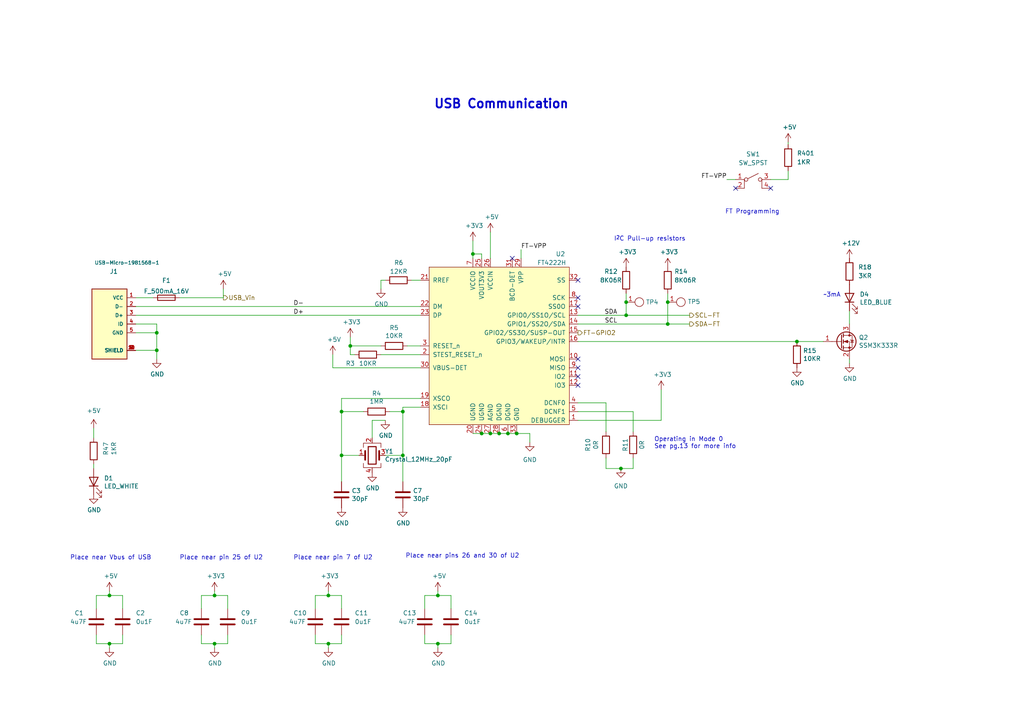
<source format=kicad_sch>
(kicad_sch (version 20211123) (generator eeschema)
  (paper "A4")
  (lib_symbols
    (symbol "OEM:0R" (pin_numbers hide) (pin_names (offset 0))
      (property "Reference" "R" (at 2.032 0 90))
      (property "Value" "0R" (at 0 0 90))
      (symbol "0R_0_1"
        (rectangle (start -1.016 -2.54) (end 1.016 2.54) (stroke (width 0.254)))
      )
      (symbol "0R_1_1"
        (pin passive line (at 0 3.81 270) (length 1.27) (name "~") (number "1"))
        (pin passive line (at 0 -3.81 90) (length 1.27) (name "~") (number "2"))
      )
    )
    (symbol "OEM:0u1F" (pin_numbers hide) (pin_names (offset 0.254))
      (property "Reference" "C" (at 0.635 2.54 0))
      (property "Value" "0u1F" (at 0.635 -2.54 0))
      (symbol "0u1F_0_1"
        (polyline (pts (xy -2.032 -0.762) (xy 2.032 -0.762)) (stroke (width 0.508)))
        (polyline (pts (xy -2.032 0.762) (xy 2.032 0.762)) (stroke (width 0.508)))
      )
      (symbol "0u1F_1_1"
        (pin passive line (at 0 3.81 270) (length 2.794) (name "~") (number "1"))
        (pin passive line (at 0 -3.81 90) (length 2.794) (name "~") (number "2"))
      )
    )
    (symbol "OEM:10KR" (pin_numbers hide) (pin_names (offset 0))
      (property "Reference" "R" (at 2.032 0 90))
      (property "Value" "10KR" (at 0 0 90))
      (symbol "10KR_0_1"
        (rectangle (start -1.016 -2.54) (end 1.016 2.54) (stroke (width 0.254)))
      )
      (symbol "10KR_1_1"
        (pin passive line (at 0 3.81 270) (length 1.27) (name "~") (number "1"))
        (pin passive line (at 0 -3.81 90) (length 1.27) (name "~") (number "2"))
      )
    )
    (symbol "OEM:12KR" (pin_numbers hide) (pin_names (offset 0))
      (property "Reference" "R" (at 2.032 0 90))
      (property "Value" "12KR" (at 0 0 90))
      (symbol "12KR_0_1"
        (rectangle (start -1.016 -2.54) (end 1.016 2.54) (stroke (width 0.254)))
      )
      (symbol "12KR_1_1"
        (pin passive line (at 0 3.81 270) (length 1.27) (name "~") (number "1"))
        (pin passive line (at 0 -3.81 90) (length 1.27) (name "~") (number "2"))
      )
    )
    (symbol "OEM:1KR" (pin_numbers hide) (pin_names (offset 0))
      (property "Reference" "R" (at 2.032 0 90))
      (property "Value" "1KR" (at 0 0 90))
      (symbol "1KR_0_1"
        (rectangle (start -1.016 -2.54) (end 1.016 2.54) (stroke (width 0.254)))
      )
      (symbol "1KR_1_1"
        (pin passive line (at 0 3.81 270) (length 1.27) (name "~") (number "1"))
        (pin passive line (at 0 -3.81 90) (length 1.27) (name "~") (number "2"))
      )
    )
    (symbol "OEM:1MR" (pin_numbers hide) (pin_names (offset 0))
      (property "Reference" "R" (at 2.032 0 90))
      (property "Value" "1MR" (at 0 0 90))
      (symbol "1MR_0_1"
        (rectangle (start -1.016 -2.54) (end 1.016 2.54) (stroke (width 0.254)))
      )
      (symbol "1MR_1_1"
        (pin passive line (at 0 3.81 270) (length 1.27) (name "~") (number "1"))
        (pin passive line (at 0 -3.81 90) (length 1.27) (name "~") (number "2"))
      )
    )
    (symbol "OEM:30pF" (pin_numbers hide) (pin_names (offset 0.254))
      (property "Reference" "C" (at 0.635 2.54 0))
      (property "Value" "30pF" (at 0.635 -2.54 0))
      (symbol "30pF_0_1"
        (polyline (pts (xy -2.032 -0.762) (xy 2.032 -0.762)) (stroke (width 0.508)))
        (polyline (pts (xy -2.032 0.762) (xy 2.032 0.762)) (stroke (width 0.508)))
      )
      (symbol "30pF_1_1"
        (pin passive line (at 0 3.81 270) (length 2.794) (name "~") (number "1"))
        (pin passive line (at 0 -3.81 90) (length 2.794) (name "~") (number "2"))
      )
    )
    (symbol "OEM:3KR" (pin_numbers hide) (pin_names (offset 0))
      (property "Reference" "R" (at 2.032 0 90))
      (property "Value" "3KR" (at 0 0 90))
      (symbol "3KR_0_1"
        (rectangle (start -1.016 -2.54) (end 1.016 2.54) (stroke (width 0.254)))
      )
      (symbol "3KR_1_1"
        (pin passive line (at 0 3.81 270) (length 1.27) (name "~") (number "1"))
        (pin passive line (at 0 -3.81 90) (length 1.27) (name "~") (number "2"))
      )
    )
    (symbol "OEM:4u7F" (pin_numbers hide) (pin_names (offset 0.254))
      (property "Reference" "C" (at 0.635 2.54 0))
      (property "Value" "4u7F" (at 0.635 -2.54 0))
      (symbol "4u7F_0_1"
        (polyline (pts (xy -2.032 -0.762) (xy 2.032 -0.762)) (stroke (width 0.508)))
        (polyline (pts (xy -2.032 0.762) (xy 2.032 0.762)) (stroke (width 0.508)))
      )
      (symbol "4u7F_1_1"
        (pin passive line (at 0 3.81 270) (length 2.794) (name "~") (number "1"))
        (pin passive line (at 0 -3.81 90) (length 2.794) (name "~") (number "2"))
      )
    )
    (symbol "OEM:8K06R" (pin_numbers hide) (pin_names (offset 0))
      (property "Reference" "R" (at 2.032 0 90))
      (property "Value" "8K06R" (at 0 0 90))
      (symbol "8K06R_0_1"
        (rectangle (start -1.016 -2.54) (end 1.016 2.54) (stroke (width 0.254)))
      )
      (symbol "8K06R_1_1"
        (pin passive line (at 0 3.81 270) (length 1.27) (name "~") (number "1"))
        (pin passive line (at 0 -3.81 90) (length 1.27) (name "~") (number "2"))
      )
    )
    (symbol "OEM:Crystal_12MHz_20pF" (pin_names (offset 1.016) hide)
      (property "Reference" "Y" (at 3.175 5.08 0))
      (property "Value" "Crystal_12MHz_20pF" (at 3.175 3.175 0))
      (symbol "Crystal_12MHz_20pF_0_1"
        (rectangle (start -1.143 2.54) (end 1.143 -2.54) (stroke (width 0.3048)))
        (polyline (pts (xy -2.54 0) (xy -2.032 0)))
        (polyline (pts (xy -2.032 -1.27) (xy -2.032 1.27)) (stroke (width 0.508)))
        (polyline (pts (xy 0 -3.81) (xy 0 -3.556)))
        (polyline (pts (xy 0 3.556) (xy 0 3.81)))
        (polyline (pts (xy 2.032 -1.27) (xy 2.032 1.27)) (stroke (width 0.508)))
        (polyline (pts (xy 2.032 0) (xy 2.54 0)))
        (polyline (pts (xy -2.54 -2.286) (xy -2.54 -3.556) (xy 2.54 -3.556) (xy 2.54 -2.286)))
        (polyline (pts (xy -2.54 2.286) (xy -2.54 3.556) (xy 2.54 3.556) (xy 2.54 2.286)))
      )
      (symbol "Crystal_12MHz_20pF_1_1"
        (pin passive line (at -3.81 0 0) (length 1.27) (name "1") (number "1"))
        (pin passive line (at 0 5.08 270) (length 1.27) (name "2") (number "2"))
        (pin passive line (at 3.81 0 180) (length 1.27) (name "3") (number "3"))
        (pin passive line (at 0 -5.08 90) (length 1.27) (name "4") (number "4"))
      )
    )
    (symbol "OEM:F_500mA_16V" (pin_numbers hide) (pin_names (offset 0))
      (property "Reference" "F" (at 2.032 0 90))
      (property "Value" "F_500mA_16V" (at -1.905 0 90))
      (symbol "F_500mA_16V_0_1"
        (rectangle (start -0.762 -2.54) (end 0.762 2.54) (stroke (width 0.254)))
        (polyline (pts (xy 0 2.54) (xy 0 -2.54)))
      )
      (symbol "F_500mA_16V_1_1"
        (pin passive line (at 0 3.81 270) (length 1.27) (name "~") (number "1"))
        (pin passive line (at 0 -3.81 90) (length 1.27) (name "~") (number "2"))
      )
    )
    (symbol "OEM:LED_BLUE" (pin_numbers hide) (pin_names (offset 1.016) hide)
      (property "Reference" "D" (at 0 2.54 0))
      (property "Value" "LED_BLUE" (at 0 -2.54 0))
      (symbol "LED_BLUE_0_1"
        (polyline (pts (xy -1.27 -1.27) (xy -1.27 1.27)) (stroke (width 0.254)))
        (polyline (pts (xy -1.27 0) (xy 1.27 0)))
        (polyline (pts (xy 1.27 -1.27) (xy 1.27 1.27) (xy -1.27 0) (xy 1.27 -1.27)) (stroke (width 0.254)))
        (polyline (pts (xy -3.048 -0.762) (xy -4.572 -2.286) (xy -3.81 -2.286) (xy -4.572 -2.286) (xy -4.572 -1.524)))
        (polyline (pts (xy -1.778 -0.762) (xy -3.302 -2.286) (xy -2.54 -2.286) (xy -3.302 -2.286) (xy -3.302 -1.524)))
      )
      (symbol "LED_BLUE_1_1"
        (pin passive line (at -3.81 0 0) (length 2.54) (name "K") (number "1"))
        (pin passive line (at 3.81 0 180) (length 2.54) (name "A") (number "2"))
      )
    )
    (symbol "OEM:LED_WHITE" (pin_numbers hide) (pin_names (offset 1.016) hide)
      (property "Reference" "D" (at 0 2.54 0))
      (property "Value" "LED_WHITE" (at 0 -2.54 0))
      (symbol "LED_WHITE_0_1"
        (polyline (pts (xy -1.27 -1.27) (xy -1.27 1.27)) (stroke (width 0.254)))
        (polyline (pts (xy -1.27 0) (xy 1.27 0)))
        (polyline (pts (xy 1.27 -1.27) (xy 1.27 1.27) (xy -1.27 0) (xy 1.27 -1.27)) (stroke (width 0.254)))
        (polyline (pts (xy -3.048 -0.762) (xy -4.572 -2.286) (xy -3.81 -2.286) (xy -4.572 -2.286) (xy -4.572 -1.524)))
        (polyline (pts (xy -1.778 -0.762) (xy -3.302 -2.286) (xy -2.54 -2.286) (xy -3.302 -2.286) (xy -3.302 -1.524)))
      )
      (symbol "LED_WHITE_1_1"
        (pin passive line (at -3.81 0 0) (length 2.54) (name "K") (number "1"))
        (pin passive line (at 3.81 0 180) (length 2.54) (name "A") (number "2"))
      )
    )
    (symbol "OEM:SSM3K333R" (pin_names (offset 0) hide)
      (property "Reference" "Q" (at 5.08 1.27 0))
      (property "Value" "SSM3K333R" (at 5.08 -1.27 0))
      (symbol "SSM3K333R_0_1"
        (polyline (pts (xy 0.254 0) (xy -2.54 0)))
        (polyline (pts (xy 0.254 1.905) (xy 0.254 -1.905)) (stroke (width 0.254)))
        (polyline (pts (xy 0.762 -1.27) (xy 0.762 -2.286)) (stroke (width 0.254)))
        (polyline (pts (xy 0.762 0.508) (xy 0.762 -0.508)) (stroke (width 0.254)))
        (polyline (pts (xy 0.762 2.286) (xy 0.762 1.27)) (stroke (width 0.254)))
        (polyline (pts (xy 2.54 2.54) (xy 2.54 1.778)))
        (polyline (pts (xy 2.54 -2.54) (xy 2.54 0) (xy 0.762 0)))
        (polyline (pts (xy 0.762 -1.778) (xy 3.302 -1.778) (xy 3.302 1.778) (xy 0.762 1.778)))
        (polyline (pts (xy 1.016 0) (xy 2.032 0.381) (xy 2.032 -0.381) (xy 1.016 0)) (fill (type outline)))
        (polyline (pts (xy 2.794 0.508) (xy 2.921 0.381) (xy 3.683 0.381) (xy 3.81 0.254)))
        (polyline (pts (xy 3.302 0.381) (xy 2.921 -0.254) (xy 3.683 -0.254) (xy 3.302 0.381)))
        (circle (center 1.651 0) (radius 2.794) (stroke (width 0.254)))
        (circle (center 2.54 -1.778) (radius 0.254) (fill (type outline)))
        (circle (center 2.54 1.778) (radius 0.254) (fill (type outline)))
      )
      (symbol "SSM3K333R_1_1"
        (pin input line (at -5.08 0 0) (length 2.54) (name "G") (number "1"))
        (pin passive line (at 2.54 -5.08 90) (length 2.54) (name "S") (number "2"))
        (pin passive line (at 2.54 5.08 270) (length 2.54) (name "D") (number "3"))
      )
    )
    (symbol "OEM:TP_SMD" (pin_names (offset 1.016))
      (property "Reference" "TP" (at 0 7.62 0))
      (property "Value" "TP_SMD" (at 1.27 5.08 0))
      (symbol "TP_SMD_1_1"
        (circle (center 0 2.54) (radius 1.27))
        (pin input line (at 0 -1.27 90) (length 2.54) (name "~") (number "1"))
      )
    )
    (symbol "formula:FT4222H" (pin_names (offset 1.016))
      (property "Reference" "U" (at 36.83 46.99 0))
      (property "Value" "FT4222H" (at 3.81 46.99 0))
      (property "MFN" "FTDI" (at 0 0 0))
      (property "MPN" "FT4222HQ-D-R" (at 8.89 -11.43 0))
      (property "PurchasingLink" "https://www.digikey.com/en/products/detail/ftdi-future-technology-devices-international-ltd/FT4222HQ-D-R/8753389" (at 8.89 -11.43 0))
      (symbol "FT4222H_0_1"
        (rectangle (start 0 0) (end 40.64 45.72) (fill (type background)))
      )
      (symbol "FT4222H_1_1"
        (pin bidirectional line (at 43.18 1.27 180) (length 2.54) (name "DEBUGGER") (number "1"))
        (pin output line (at 43.18 19.05 180) (length 2.54) (name "MOSI") (number "10"))
        (pin output line (at 43.18 13.97 180) (length 2.54) (name "IO2") (number "11"))
        (pin output line (at 43.18 11.43 180) (length 2.54) (name "IO3") (number "12"))
        (pin output line (at 43.18 31.75 180) (length 2.54) (name "GPIO0/SS1O/SCL") (number "13"))
        (pin bidirectional line (at 43.18 29.21 180) (length 2.54) (name "GPIO1/SS2O/SDA") (number "14"))
        (pin output line (at 43.18 26.67 180) (length 2.54) (name "GPIO2/SS3O/SUSP-OUT") (number "15"))
        (pin output line (at 43.18 24.13 180) (length 2.54) (name "GPIO3/WAKEUP/INTR") (number "16"))
        (pin output line (at 43.18 34.29 180) (length 2.54) (name "SS0O") (number "17"))
        (pin input line (at -2.54 5.08 0) (length 2.54) (name "XSCI") (number "18"))
        (pin input line (at -2.54 7.62 0) (length 2.54) (name "XSCO") (number "19"))
        (pin input line (at -2.54 20.32 0) (length 2.54) (name "STEST_RESET_n") (number "2"))
        (pin power_in line (at 12.7 -2.54 90) (length 2.54) (name "UGND") (number "20"))
        (pin input line (at -2.54 41.91 0) (length 2.54) (name "RREF") (number "21"))
        (pin bidirectional line (at -2.54 34.29 0) (length 2.54) (name "DM") (number "22"))
        (pin bidirectional line (at -2.54 31.75 0) (length 2.54) (name "DP") (number "23"))
        (pin power_in line (at 15.24 -2.54 90) (length 2.54) (name "UGND") (number "24"))
        (pin power_out line (at 15.24 48.26 270) (length 2.54) (name "VOUT3V3") (number "25"))
        (pin power_in line (at 17.78 48.26 270) (length 2.54) (name "VCCIN") (number "26"))
        (pin power_in line (at 17.78 -2.54 90) (length 2.54) (name "AGND") (number "27"))
        (pin power_in line (at 20.32 -2.54 90) (length 2.54) (name "DGND") (number "28"))
        (pin power_in line (at 26.67 48.26 270) (length 2.54) (name "VPP") (number "29"))
        (pin input line (at -2.54 22.86 0) (length 2.54) (name "RESET_n") (number "3"))
        (pin input line (at -2.54 16.51 0) (length 2.54) (name "VBUS-DET") (number "30"))
        (pin output line (at 24.13 48.26 270) (length 2.54) (name "BCD-DET") (number "31"))
        (pin input line (at 43.18 41.91 180) (length 2.54) (name "SS") (number "32"))
        (pin power_in line (at 25.4 -2.54 90) (length 2.54) (name "GND") (number "33"))
        (pin input line (at 43.18 6.35 180) (length 2.54) (name "DCNF0") (number "4"))
        (pin input line (at 43.18 3.81 180) (length 2.54) (name "DCNF1") (number "5"))
        (pin power_in line (at 22.86 -2.54 90) (length 2.54) (name "DGND") (number "6"))
        (pin power_in line (at 12.7 48.26 270) (length 2.54) (name "VCCIO") (number "7"))
        (pin bidirectional line (at 43.18 36.83 180) (length 2.54) (name "SCK") (number "8"))
        (pin input line (at 43.18 16.51 180) (length 2.54) (name "MISO") (number "9"))
      )
    )
    (symbol "formula:SW_SPST" (pin_names (offset 0) hide)
      (property "Reference" "SW" (at 0 3.175 0))
      (property "Value" "SW_SPST" (at 0 -6.35 0))
      (symbol "SW_SPST_0_0"
        (circle (center -2.032 0) (radius 0.508))
        (polyline (pts (xy -1.524 0.254) (xy 1.524 1.778)))
        (circle (center 2.032 0) (radius 0.508))
        (pin passive line (at -5.08 -2.54 0) (length 2.54) (name "A") (number "2"))
        (pin passive line (at 5.08 -2.54 180) (length 2.54) (name "B") (number "4"))
      )
      (symbol "SW_SPST_0_1"
        (polyline (pts (xy -2.54 -2.54) (xy -2.54 0)))
        (polyline (pts (xy 2.54 -2.54) (xy 2.54 0)))
      )
      (symbol "SW_SPST_1_1"
        (pin passive line (at -5.08 0 0) (length 2.54) (name "A") (number "1"))
        (pin passive line (at 5.08 0 180) (length 2.54) (name "B") (number "3"))
      )
    )
    (symbol "formula:USB-Micro-1981568-1" (pin_names (offset 1.016))
      (property "Reference" "J" (at -5.334 10.922 0))
      (property "Value" "USB-Micro-1981568-1" (at -5.334 -12.446 0))
      (symbol "USB-Micro-1981568-1_0_0"
        (rectangle (start -5.08 -10.16) (end 5.08 10.16) (stroke (width 0.254)) (fill (type background)))
        (pin passive line (at 7.62 7.62 180) (length 2.54) (name "VCC") (number "1"))
        (pin passive line (at 7.62 -7.62 180) (length 2.54) (name "SHIELD") (number "10"))
        (pin passive line (at 7.62 -7.62 180) (length 2.54) (name "SHIELD") (number "11"))
        (pin passive line (at 7.62 5.08 180) (length 2.54) (name "D-") (number "2"))
        (pin passive line (at 7.62 2.54 180) (length 2.54) (name "D+") (number "3"))
        (pin passive line (at 7.62 0 180) (length 2.54) (name "ID") (number "4"))
        (pin passive line (at 7.62 -2.54 180) (length 2.54) (name "GND") (number "5"))
        (pin passive line (at 7.62 -7.62 180) (length 2.54) (name "SHIELD") (number "6"))
        (pin passive line (at 7.62 -7.62 180) (length 2.54) (name "SHIELD") (number "7"))
        (pin passive line (at 7.62 -7.62 180) (length 2.54) (name "SHIELD") (number "8"))
        (pin passive line (at 7.62 -7.62 180) (length 2.54) (name "SHIELD") (number "9"))
      )
    )
    (symbol "power:+12V" (power) (pin_names (offset 0))
      (property "Value" "+12V" (at 0 3.556 0))
      (symbol "+12V_0_1"
        (polyline (pts (xy -0.762 1.27) (xy 0 2.54)))
        (polyline (pts (xy 0 0) (xy 0 2.54)))
        (polyline (pts (xy 0 2.54) (xy 0.762 1.27)))
      )
      (symbol "+12V_1_1"
        (pin power_in line (at 0 0 90) (length 0) hide (name "+12V") (number "1"))
      )
    )
    (symbol "power:+3V3" (power) (pin_names (offset 0))
      (property "Value" "+3V3" (at 0 3.556 0))
      (symbol "+3V3_0_1"
        (polyline (pts (xy -0.762 1.27) (xy 0 2.54)))
        (polyline (pts (xy 0 0) (xy 0 2.54)))
        (polyline (pts (xy 0 2.54) (xy 0.762 1.27)))
      )
      (symbol "+3V3_1_1"
        (pin power_in line (at 0 0 90) (length 0) hide (name "+3V3") (number "1"))
      )
    )
    (symbol "power:+5V" (power) (pin_names (offset 0))
      (property "Value" "+5V" (at 0 3.556 0))
      (symbol "+5V_0_1"
        (polyline (pts (xy -0.762 1.27) (xy 0 2.54)))
        (polyline (pts (xy 0 0) (xy 0 2.54)))
        (polyline (pts (xy 0 2.54) (xy 0.762 1.27)))
      )
      (symbol "+5V_1_1"
        (pin power_in line (at 0 0 90) (length 0) hide (name "+5V") (number "1"))
      )
    )
    (symbol "power:GND" (power) (pin_names (offset 0))
      (property "Value" "GND" (at 0 -3.81 0))
      (symbol "GND_0_1"
        (polyline (pts (xy 0 0) (xy 0 -1.27) (xy 1.27 -1.27) (xy 0 -2.54) (xy -1.27 -1.27) (xy 0 -1.27)))
      )
      (symbol "GND_1_1"
        (pin power_in line (at 0 0 270) (length 0) hide (name "GND") (number "1"))
      )
    )
  )
  (junction (at 99.06 119.38))
  (junction (at 116.84 119.38))
  (junction (at 62.23 172.72))
  (junction (at 95.25 186.69))
  (junction (at 127 172.72))
  (junction (at 142.24 125.73))
  (junction (at 62.23 186.69))
  (junction (at 149.86 125.73))
  (junction (at 116.84 132.08))
  (junction (at 181.61 91.44))
  (junction (at 137.16 73.66))
  (junction (at 147.32 125.73))
  (junction (at 144.78 125.73))
  (junction (at 101.6 100.33))
  (junction (at 95.25 172.72))
  (junction (at 193.675 87.63))
  (junction (at 180.086 135.89))
  (junction (at 139.7 125.73))
  (junction (at 127 186.69))
  (junction (at 31.75 186.69))
  (junction (at 231.14 99.06))
  (junction (at 193.675 93.98))
  (junction (at 181.61 87.63))
  (junction (at 31.75 172.72))
  (junction (at 45.466 96.52))
  (junction (at 99.06 132.08))
  (junction (at 45.466 101.6))
  (no_connect (at 167.64 109.22))
  (no_connect (at 167.64 88.9))
  (no_connect (at 167.64 81.28))
  (no_connect (at 148.59 74.93))
  (no_connect (at 223.52 54.61))
  (no_connect (at 167.64 106.68))
  (no_connect (at 167.64 104.14))
  (no_connect (at 213.36 54.61))
  (no_connect (at 167.64 86.36))
  (no_connect (at 167.64 111.76))
  (wire (pts (xy 39.37 88.9) (xy 121.92 88.9)))
  (wire (pts (xy 246.38 90.17) (xy 246.38 93.98)))
  (wire (pts (xy 123.19 186.69) (xy 127 186.69)))
  (wire (pts (xy 35.56 172.72) (xy 31.75 172.72)))
  (wire (pts (xy 99.06 172.72) (xy 95.25 172.72)))
  (wire (pts (xy 27.94 186.69) (xy 31.75 186.69)))
  (wire (pts (xy 31.75 172.72) (xy 31.75 171.45)))
  (wire (pts (xy 191.77 113.03) (xy 191.77 121.92)))
  (wire (pts (xy 62.23 172.72) (xy 58.42 172.72)))
  (wire (pts (xy 139.7 125.73) (xy 137.16 125.73)))
  (wire (pts (xy 175.768 135.89) (xy 180.086 135.89)))
  (wire (pts (xy 64.77 83.82) (xy 64.77 86.36)))
  (wire (pts (xy 39.37 86.36) (xy 44.45 86.36)))
  (wire (pts (xy 200.025 93.98) (xy 193.675 93.98)))
  (wire (pts (xy 121.92 106.68) (xy 96.52 106.68)))
  (wire (pts (xy 104.14 132.08) (xy 99.06 132.08)))
  (wire (pts (xy 116.84 119.38) (xy 116.84 132.08)))
  (wire (pts (xy 27.94 172.72) (xy 27.94 176.53)))
  (wire (pts (xy 121.92 118.11) (xy 116.84 118.11)))
  (wire (pts (xy 62.23 187.96) (xy 62.23 186.69)))
  (wire (pts (xy 228.6 49.53) (xy 228.6 52.07)))
  (wire (pts (xy 127 186.69) (xy 130.81 186.69)))
  (wire (pts (xy 91.44 184.15) (xy 91.44 186.69)))
  (wire (pts (xy 175.768 132.842) (xy 175.768 135.89)))
  (wire (pts (xy 107.95 121.92) (xy 111.76 121.92)))
  (wire (pts (xy 91.44 172.72) (xy 91.44 176.53)))
  (wire (pts (xy 130.81 184.15) (xy 130.81 186.69)))
  (wire (pts (xy 52.07 86.36) (xy 64.77 86.36)))
  (wire (pts (xy 45.466 93.98) (xy 39.37 93.98)))
  (wire (pts (xy 45.466 101.6) (xy 45.466 104.14)))
  (wire (pts (xy 99.06 184.15) (xy 99.06 186.69)))
  (wire (pts (xy 137.16 69.85) (xy 137.16 73.66)))
  (wire (pts (xy 167.64 119.38) (xy 183.642 119.38)))
  (wire (pts (xy 110.49 100.33) (xy 101.6 100.33)))
  (wire (pts (xy 142.24 67.31) (xy 142.24 74.93)))
  (wire (pts (xy 116.84 118.11) (xy 116.84 119.38)))
  (wire (pts (xy 142.24 125.73) (xy 139.7 125.73)))
  (wire (pts (xy 153.67 125.73) (xy 149.86 125.73)))
  (wire (pts (xy 45.466 96.52) (xy 45.466 101.6)))
  (wire (pts (xy 167.64 116.84) (xy 175.768 116.84)))
  (wire (pts (xy 27.178 127) (xy 27.178 124.206)))
  (wire (pts (xy 175.768 116.84) (xy 175.768 125.222)))
  (wire (pts (xy 191.77 121.92) (xy 167.64 121.92)))
  (wire (pts (xy 96.52 106.68) (xy 96.52 102.87)))
  (wire (pts (xy 193.675 87.63) (xy 193.675 93.98)))
  (wire (pts (xy 91.44 186.69) (xy 95.25 186.69)))
  (wire (pts (xy 105.41 119.38) (xy 99.06 119.38)))
  (wire (pts (xy 45.466 96.52) (xy 39.37 96.52)))
  (wire (pts (xy 183.642 132.842) (xy 183.642 135.89)))
  (wire (pts (xy 113.03 119.38) (xy 116.84 119.38)))
  (wire (pts (xy 181.61 85.09) (xy 181.61 87.63)))
  (wire (pts (xy 231.14 99.06) (xy 238.76 99.06)))
  (wire (pts (xy 58.42 184.15) (xy 58.42 186.69)))
  (wire (pts (xy 95.25 172.72) (xy 91.44 172.72)))
  (wire (pts (xy 149.86 125.73) (xy 147.32 125.73)))
  (wire (pts (xy 181.61 91.44) (xy 167.64 91.44)))
  (wire (pts (xy 95.25 187.96) (xy 95.25 186.69)))
  (wire (pts (xy 99.06 115.57) (xy 99.06 119.38)))
  (wire (pts (xy 121.92 102.87) (xy 110.49 102.87)))
  (wire (pts (xy 66.04 184.15) (xy 66.04 186.69)))
  (wire (pts (xy 45.466 101.6) (xy 39.37 101.6)))
  (wire (pts (xy 31.75 186.69) (xy 35.56 186.69)))
  (wire (pts (xy 102.87 102.87) (xy 101.6 102.87)))
  (wire (pts (xy 127 187.96) (xy 127 186.69)))
  (wire (pts (xy 223.52 52.07) (xy 228.6 52.07)))
  (wire (pts (xy 58.42 172.72) (xy 58.42 176.53)))
  (wire (pts (xy 99.06 132.08) (xy 99.06 139.7)))
  (wire (pts (xy 181.61 87.63) (xy 181.61 91.44)))
  (wire (pts (xy 31.75 172.72) (xy 27.94 172.72)))
  (wire (pts (xy 121.92 81.28) (xy 119.38 81.28)))
  (wire (pts (xy 123.19 184.15) (xy 123.19 186.69)))
  (wire (pts (xy 31.75 187.96) (xy 31.75 186.69)))
  (wire (pts (xy 193.675 87.63) (xy 193.675 85.09)))
  (wire (pts (xy 210.82 52.07) (xy 213.36 52.07)))
  (wire (pts (xy 139.7 73.66) (xy 137.16 73.66)))
  (wire (pts (xy 58.42 186.69) (xy 62.23 186.69)))
  (wire (pts (xy 45.466 93.98) (xy 45.466 96.52)))
  (wire (pts (xy 137.16 73.66) (xy 137.16 74.93)))
  (wire (pts (xy 99.06 119.38) (xy 99.06 132.08)))
  (wire (pts (xy 111.76 132.08) (xy 116.84 132.08)))
  (wire (pts (xy 66.04 172.72) (xy 62.23 172.72)))
  (wire (pts (xy 35.56 184.15) (xy 35.56 186.69)))
  (wire (pts (xy 62.23 186.69) (xy 66.04 186.69)))
  (wire (pts (xy 180.086 135.89) (xy 183.642 135.89)))
  (wire (pts (xy 39.37 91.44) (xy 121.92 91.44)))
  (wire (pts (xy 246.38 105.41) (xy 246.38 104.14)))
  (wire (pts (xy 200.025 91.44) (xy 181.61 91.44)))
  (wire (pts (xy 111.76 81.28) (xy 110.49 81.28)))
  (wire (pts (xy 95.25 186.69) (xy 99.06 186.69)))
  (wire (pts (xy 123.19 172.72) (xy 123.19 176.53)))
  (wire (pts (xy 130.81 172.72) (xy 130.81 176.53)))
  (wire (pts (xy 127 172.72) (xy 123.19 172.72)))
  (wire (pts (xy 121.92 100.33) (xy 118.11 100.33)))
  (wire (pts (xy 130.81 172.72) (xy 127 172.72)))
  (wire (pts (xy 153.67 128.27) (xy 153.67 125.73)))
  (wire (pts (xy 101.6 100.33) (xy 101.6 102.87)))
  (wire (pts (xy 116.84 132.08) (xy 116.84 139.7)))
  (wire (pts (xy 110.49 81.28) (xy 110.49 83.82)))
  (wire (pts (xy 139.7 74.93) (xy 139.7 73.66)))
  (wire (pts (xy 121.92 115.57) (xy 99.06 115.57)))
  (wire (pts (xy 167.64 99.06) (xy 231.14 99.06)))
  (wire (pts (xy 27.94 184.15) (xy 27.94 186.69)))
  (wire (pts (xy 151.13 72.39) (xy 151.13 74.93)))
  (wire (pts (xy 147.32 125.73) (xy 144.78 125.73)))
  (wire (pts (xy 101.6 97.79) (xy 101.6 100.33)))
  (wire (pts (xy 228.6 41.275) (xy 228.6 41.91)))
  (wire (pts (xy 27.178 134.62) (xy 27.178 135.89)))
  (wire (pts (xy 127 172.72) (xy 127 171.45)))
  (wire (pts (xy 95.25 172.72) (xy 95.25 171.45)))
  (wire (pts (xy 183.642 119.38) (xy 183.642 125.222)))
  (wire (pts (xy 62.23 172.72) (xy 62.23 171.45)))
  (wire (pts (xy 107.95 127) (xy 107.95 121.92)))
  (wire (pts (xy 99.06 172.72) (xy 99.06 176.53)))
  (wire (pts (xy 35.56 172.72) (xy 35.56 176.53)))
  (wire (pts (xy 193.675 93.98) (xy 167.64 93.98)))
  (wire (pts (xy 66.04 172.72) (xy 66.04 176.53)))
  (wire (pts (xy 144.78 125.73) (xy 142.24 125.73)))
  (text "I^{2}C Pull-up resistors" (at 178.054 70.104 0) (effects (font (size 1.27 1.27)) (justify left bottom)))
  (text "FT Programming" (at 210.312 62.23 0) (effects (font (size 1.27 1.27)) (justify left bottom)))
  (text "USB Communication" (at 125.73 31.75 0) (effects (font (size 2.54 2.54) (thickness 0.508) bold) (justify left bottom)))
  (text "~3mA" (at 238.76 86.36 0) (effects (font (size 1.27 1.27)) (justify left bottom)))
  (text "Place near pin 25 of U2" (at 52.07 162.56 0) (effects (font (size 1.27 1.27)) (justify left bottom)))
  (text "Place near pin 7 of U2" (at 85.09 162.56 0) (effects (font (size 1.27 1.27)) (justify left bottom)))
  (text "Operating in Mode 0\nSee pg.13 for more info" (at 189.738 130.302 0) (effects (font (size 1.27 1.27)) (justify left bottom)))
  (text "Place near pins 26 and 30 of U2" (at 117.602 162.052 0) (effects (font (size 1.27 1.27)) (justify left bottom)))
  (text "Place near Vbus of USB" (at 20.32 162.56 0) (effects (font (size 1.27 1.27)) (justify left bottom)))
  (label "SCL" (at 179.07 93.98 180))
  (label "SDA" (at 179.07 91.44 180))
  (label "FT-VPP" (at 210.82 52.07 180))
  (label "D+" (at 85.09 91.44 0))
  (label "FT-VPP" (at 151.13 72.39 0))
  (label "D-" (at 85.09 88.9 0))
  (hierarchical_label "USB_Vin" (shape output) (at 64.77 86.36 0))
  (hierarchical_label "FT-GPIO2" (shape output) (at 167.64 96.52 0))
  (hierarchical_label "SCL-FT" (shape output) (at 200.025 91.44 0))
  (hierarchical_label "SDA-FT" (shape output) (at 200.025 93.98 0))
  (symbol (lib_id "OEM:12KR") (at 115.57 81.28 270) (unit 1)
    (property "Reference" "R6" (at 114.3 76.2 90) (effects (justify left)))
    (property "Value" "12KR" (at 113.03 78.74 90) (effects (justify left)))
    (property "Footprint" "OEM:R_0603" (effects hide))
    (property "Datasheet" "${OEM_DIR}/parts/datasheets/stackpole_RMCF_RMCP.pdf" (effects hide))
    (property "MFN" "Stackpole Electronics" (effects hide))
    (property "MPN" "RMCF0603FT12K0" (effects hide))
    (property "DKPN" "1292-WR06X153JTLTR-ND" (effects hide))
    (property "Package" "0603" (effects hide))
    (property "NewDesigns" "YES" (effects hide))
    (property "Stocked" "Reel" (effects hide))
    (property "Style" "SMD" (effects hide))
  )
  (symbol (lib_id "power:+5V") (at 31.75 171.45 0) (unit 1)
    (property "Reference" "#PWR?" (effects hide))
    (property "Value" "+5V" (at 32.131 167.0558 0))
  )
  (symbol (lib_id "power:GND") (at 180.086 135.89 0) (unit 1)
    (property "Reference" "#PWR?" (effects hide))
    (property "Value" "GND" (at 180.086 140.97 0))
  )
  (symbol (lib_id "OEM:0u1F") (at 66.04 180.34 0) (unit 1)
    (property "Reference" "C9" (at 69.85 177.8 0) (effects (justify left)))
    (property "Value" "0u1F" (at 69.85 180.34 0) (effects (justify left)))
    (property "Footprint" "OEM:C_0603" (effects hide))
    (property "Datasheet" "${OEM_DIR}/parts/datasheets/samsung_CL10B104KB8NNWC.pdf" (effects hide))
    (property "MFN" "Samsung Electro-Mechanics" (effects hide))
    (property "MPN" "CL10B104KB8NNWC" (effects hide))
    (property "DKPN" "1276-1935-2-ND" (effects hide))
    (property "Package" "0603" (effects hide))
    (property "Stocked" "Reel" (effects hide))
    (property "NewDesigns" "YES" (effects hide))
    (property "Style" "SMD" (effects hide))
  )
  (symbol (lib_id "power:+5V") (at 127 171.45 0) (unit 1)
    (property "Reference" "#PWR?" (effects hide))
    (property "Value" "+5V" (at 127.381 167.0558 0))
  )
  (symbol (lib_id "power:GND") (at 127 187.96 0) (unit 1)
    (property "Reference" "#PWR?" (effects hide))
    (property "Value" "GND" (at 127.127 192.3542 0))
  )
  (symbol (lib_id "OEM:0u1F") (at 130.81 180.34 0) (unit 1)
    (property "Reference" "C14" (at 134.62 177.8 0) (effects (justify left)))
    (property "Value" "0u1F" (at 134.62 180.34 0) (effects (justify left)))
    (property "Footprint" "OEM:C_0603" (effects hide))
    (property "Datasheet" "${OEM_DIR}/parts/datasheets/samsung_CL10B104KB8NNWC.pdf" (effects hide))
    (property "MFN" "Samsung Electro-Mechanics" (effects hide))
    (property "MPN" "CL10B104KB8NNWC" (effects hide))
    (property "DKPN" "1276-1935-2-ND" (effects hide))
    (property "Package" "0603" (effects hide))
    (property "Stocked" "Reel" (effects hide))
    (property "NewDesigns" "YES" (effects hide))
    (property "Style" "SMD" (effects hide))
  )
  (symbol (lib_id "power:GND") (at 99.06 147.32 0) (unit 1)
    (property "Reference" "#PWR?" (effects hide))
    (property "Value" "GND" (at 99.187 151.7142 0))
  )
  (symbol (lib_id "formula:SW_SPST") (at 218.44 52.07 0) (unit 1)
    (property "Reference" "SW1" (at 218.44 44.704 0))
    (property "Value" "SW_SPST" (at 218.44 47.244 0))
    (property "Footprint" "footprints:Button_PTS526" (effects hide))
    (property "DigikeyLink" "https://www.digikey.com/en/products/detail/c-k/PTS526-SK15-SMTR2-LFS/10056626" (effects hide))
    (property "DigikeyPartNumber" "CKN12221-1-ND" (effects hide))
    (property "MPN" "PTS526 SK15 SMTR2 LFS" (effects hide))
  )
  (symbol (lib_id "power:GND") (at 45.466 104.14 0) (unit 1)
    (property "Reference" "#PWR?" (effects hide))
    (property "Value" "GND" (at 45.593 108.5342 0))
  )
  (symbol (lib_id "OEM:10KR") (at 114.3 100.33 270) (unit 1)
    (property "Reference" "R5" (at 114.3 95.0722 90))
    (property "Value" "10KR" (at 114.3 97.3836 90))
    (property "Footprint" "OEM:R_0603" (effects hide))
    (property "Datasheet" "${OEM_DIR}/parts/datasheets/stackpole_RMCF_RMCP.pdf" (effects hide))
    (property "MFN" "Stackpole Electronics" (effects hide))
    (property "MPN" "RMCF0603FT10K0" (effects hide))
    (property "DKPN" "RMCF0603FT10K0TR-ND" (effects hide))
    (property "Package" "0603" (effects hide))
    (property "NewDesigns" "YES" (effects hide))
    (property "Stocked" "Reel" (effects hide))
    (property "Style" "SMD" (effects hide))
  )
  (symbol (lib_id "power:+5V") (at 96.52 102.87 0) (unit 1)
    (property "Reference" "#PWR?" (effects hide))
    (property "Value" "+5V" (at 96.901 98.4758 0))
  )
  (symbol (lib_id "OEM:LED_WHITE") (at 27.178 139.7 90) (unit 1)
    (property "Reference" "D1" (at 30.1498 138.7094 90) (effects (justify right)))
    (property "Value" "LED_WHITE" (at 30.1498 141.0208 90) (effects (justify right)))
    (property "Footprint" "OEM:CHIPLED_0805" (effects hide))
    (property "Datasheet" "${OEM_DIR}/parts/datasheets/harvatek_B1701TW--20P000314U1930.pdf" (effects hide))
    (property "MFN" "Harvatek" (effects hide))
    (property "MPN" "B1701TW--20P000314U1930" (effects hide))
    (property "DKPN" "3147-B1701TW--20P000314U1930DKR-ND" (effects hide))
    (property "Package" "0805" (effects hide))
    (property "NewDesigns" "Yes" (effects hide))
    (property "Stocked" "Digi-Reel" (effects hide))
    (property "Style" "SMD" (effects hide))
  )
  (symbol (lib_id "power:+3V3") (at 191.77 113.03 0) (unit 1)
    (property "Reference" "#PWR?" (effects hide))
    (property "Value" "+3V3" (at 192.151 108.6358 0))
  )
  (symbol (lib_id "power:GND") (at 62.23 187.96 0) (unit 1)
    (property "Reference" "#PWR?" (effects hide))
    (property "Value" "GND" (at 62.357 192.3542 0))
  )
  (symbol (lib_id "formula:FT4222H") (at 124.46 123.19 0) (unit 1)
    (property "Reference" "U2" (at 162.56 73.66 0))
    (property "Value" "FT4222H" (at 160.02 76.2 0))
    (property "Footprint" "Package_DFN_QFN:VQFN-32-1EP_5x5mm_P0.5mm_EP3.5x3.5mm_ThermalVias" (effects hide))
    (property "Datasheet" "http://www.ftdichip.com/Support/Documents/DataSheets/ICs/DS_FT4222H.pdf" (effects hide))
    (property "MFN" "FTDI" (effects hide))
    (property "MPN" "FT4222HQ-D-R" (effects hide))
    (property "PurchasingLink" "https://www.digikey.com/en/products/detail/ftdi-future-technology-devices-international-ltd/FT4222HQ-D-R/8753389" (effects hide))
  )
  (symbol (lib_id "power:+5V") (at 142.24 67.31 0) (unit 1)
    (property "Reference" "#PWR?" (effects hide))
    (property "Value" "+5V" (at 142.621 62.9158 0))
  )
  (symbol (lib_id "OEM:30pF") (at 99.06 143.51 0) (unit 1)
    (property "Reference" "C3" (at 101.981 142.3416 0) (effects (justify left)))
    (property "Value" "30pF" (at 101.981 144.653 0) (effects (justify left)))
    (property "Footprint" "OEM:C_0603" (effects hide))
    (property "Datasheet" "https://www.seielect.com/Catalog/SEI-CML.PDF" (effects hide))
    (property "MFN" "Stackpole Electronics" (effects hide))
    (property "MPN" "CML0603C0G300JT50V" (effects hide))
    (property "DKPN" "738-CML0603C0G300JT50VDKR-ND" (effects hide))
    (property "NewDesigns" "YES" (effects hide))
    (property "Stocked" "Digi-Reel" (effects hide))
    (property "Package" "0603" (effects hide))
    (property "Style" "SMD" (effects hide))
  )
  (symbol (lib_id "OEM:LED_BLUE") (at 246.38 86.36 90) (unit 1)
    (property "Reference" "D4" (at 249.3518 85.3694 90) (effects (justify right)))
    (property "Value" "LED_BLUE" (at 249.3518 87.6808 90) (effects (justify right)))
    (property "Footprint" "OEM:CHIPLED_0805" (effects hide))
    (property "Datasheet" "${OEM_DIR}/parts/datasheets/lite-on_LTST-C171TBKT.pdf" (effects hide))
    (property "MFN" "Lite-On" (effects hide))
    (property "MPN" "LTST-C171TBKT" (effects hide))
    (property "DKPN" "160-1645-6-ND" (effects hide))
    (property "Package" "0805" (effects hide))
    (property "NewDesigns" "Yes" (effects hide))
    (property "Stocked" "Digi-Reel" (effects hide))
    (property "Style" "SMD" (effects hide))
  )
  (symbol (lib_id "power:GND") (at 246.38 105.41 0) (unit 1)
    (property "Reference" "#PWR?" (effects hide))
    (property "Value" "GND" (at 246.507 109.8042 0))
  )
  (symbol (lib_id "OEM:0u1F") (at 99.06 180.34 0) (unit 1)
    (property "Reference" "C11" (at 102.87 177.8 0) (effects (justify left)))
    (property "Value" "0u1F" (at 102.87 180.34 0) (effects (justify left)))
    (property "Footprint" "OEM:C_0603" (effects hide))
    (property "Datasheet" "${OEM_DIR}/parts/datasheets/samsung_CL10B104KB8NNWC.pdf" (effects hide))
    (property "MFN" "Samsung Electro-Mechanics" (effects hide))
    (property "MPN" "CL10B104KB8NNWC" (effects hide))
    (property "DKPN" "1276-1935-2-ND" (effects hide))
    (property "Package" "0603" (effects hide))
    (property "Stocked" "Reel" (effects hide))
    (property "NewDesigns" "YES" (effects hide))
    (property "Style" "SMD" (effects hide))
  )
  (symbol (lib_id "power:+3V3") (at 181.61 77.47 0) (unit 1)
    (property "Reference" "#PWR?" (effects hide))
    (property "Value" "+3V3" (at 181.991 73.0758 0))
  )
  (symbol (lib_id "OEM:1MR") (at 109.22 119.38 270) (unit 1)
    (property "Reference" "R4" (at 109.22 114.1222 90))
    (property "Value" "1MR" (at 109.22 116.4336 90))
    (property "Footprint" "OEM:R_0603" (effects hide))
    (property "Datasheet" "http://www.passivecomponent.com/wp-content/uploads/chipR/ASC_WR.pdf" (effects hide))
    (property "MFN" "Walsin Technology" (effects hide))
    (property "MPN" "WR06X1004FTL" (effects hide))
    (property "DKPN" "1292-WR06X1004FTLDKR-ND" (effects hide))
    (property "NewDesigns" "YES" (effects hide))
    (property "Stocked" "Digi-Reel" (effects hide))
    (property "Package" "0603" (effects hide))
    (property "Style" "SMD" (effects hide))
  )
  (symbol (lib_id "OEM:TP_SMD") (at 182.88 87.63 270) (unit 1)
    (property "Reference" "TP4" (at 187.325 87.63 90) (effects (justify left)))
    (property "Value" "TP_SMD" (effects hide))
    (property "Footprint" "footprints:Test_Point_SMD" (effects hide))
    (property "MPN" "5019" (effects hide))
    (property "MFN" "Keystone" (effects hide))
    (property "DKPN" "36-5019TR-ND" (effects hide))
    (property "NewDesigns" "YES" (effects hide))
    (property "Stocked" "Reel" (effects hide))
    (property "Package" "Custom" (effects hide))
    (property "Style" "SMD" (effects hide))
  )
  (symbol (lib_id "OEM:4u7F") (at 91.44 180.34 0) (unit 1)
    (property "Reference" "C10" (at 85.09 177.8 0) (effects (justify left)))
    (property "Value" "4u7F" (at 83.82 180.34 0) (effects (justify left)))
    (property "Footprint" "OEM:C_0603" (effects hide))
    (property "MPN" "GRT188R61E475ME13D" (effects hide))
    (property "MFN" "Murata" (effects hide))
    (property "DKPN" "490-12329-6-ND" (effects hide))
    (property "Package" "0603" (effects hide))
    (property "Stocked" "Digi-Reel" (effects hide))
    (property "NewDesigns" "YES" (effects hide))
    (property "Style" "SMD" (effects hide))
  )
  (symbol (lib_id "OEM:0R") (at 175.768 129.032 0) (unit 1)
    (property "Reference" "R10" (at 170.5102 129.032 90))
    (property "Value" "0R" (at 172.8216 129.032 90))
    (property "Footprint" "OEM:R_0603" (effects hide))
    (property "Datasheet" "${OEM_DIR}/parts/datasheets/stackpole_RMCF_RMCP.pdf" (effects hide))
    (property "MFN" "Stackpole Electronics" (effects hide))
    (property "MPN" "RMCF0603ZT0R00" (effects hide))
    (property "DKPN" "RMCF0603ZT0R00DKR-ND" (effects hide))
    (property "NewDesigns" "YES" (effects hide))
    (property "Stocked" "Digi-Reel" (effects hide))
    (property "Package" "0603" (effects hide))
    (property "Style" "SMD" (effects hide))
  )
  (symbol (lib_id "power:+12V") (at 246.38 74.93 0) (unit 1)
    (property "Reference" "#PWR?" (effects hide))
    (property "Value" "+12V" (at 246.761 70.5358 0))
  )
  (symbol (lib_id "OEM:8K06R") (at 193.675 81.28 0) (unit 1)
    (property "Reference" "R14" (at 195.58 78.74 0) (effects (justify left)))
    (property "Value" "8K06R" (at 195.58 81.28 0) (effects (justify left)))
    (property "Footprint" "OEM:R_0603" (effects hide))
    (property "Datasheet" "${OEM_DIR}/parts/datasheets/stackpole_RMCF_RMCP.pdf" (effects hide))
    (property "MFN" "Stackpole Electronics" (effects hide))
    (property "MPN" "RMCF0603FT8K06" (effects hide))
    (property "DKPN" "RMCF0603FT8K06DKR-ND" (effects hide))
    (property "NewDesigns" "YES" (effects hide))
    (property "Stocked" "Digi-Reel" (effects hide))
    (property "Package" "0603" (effects hide))
    (property "Style" "SMD" (effects hide))
  )
  (symbol (lib_id "power:GND") (at 31.75 187.96 0) (unit 1)
    (property "Reference" "#PWR?" (effects hide))
    (property "Value" "GND" (at 31.877 192.3542 0))
  )
  (symbol (lib_id "power:GND") (at 111.76 121.92 0) (unit 1)
    (property "Reference" "#PWR?" (effects hide))
    (property "Value" "GND" (at 111.887 126.3142 0))
  )
  (symbol (lib_id "OEM:0u1F") (at 35.56 180.34 0) (unit 1)
    (property "Reference" "C2" (at 39.37 177.8 0) (effects (justify left)))
    (property "Value" "0u1F" (at 39.37 180.34 0) (effects (justify left)))
    (property "Footprint" "OEM:C_0603" (effects hide))
    (property "Datasheet" "${OEM_DIR}/parts/datasheets/samsung_CL10B104KB8NNWC.pdf" (effects hide))
    (property "MFN" "Samsung Electro-Mechanics" (effects hide))
    (property "MPN" "CL10B104KB8NNWC" (effects hide))
    (property "DKPN" "1276-1935-2-ND" (effects hide))
    (property "Package" "0603" (effects hide))
    (property "Stocked" "Reel" (effects hide))
    (property "NewDesigns" "YES" (effects hide))
    (property "Style" "SMD" (effects hide))
  )
  (symbol (lib_id "power:+3V3") (at 101.6 97.79 0) (unit 1)
    (property "Reference" "#PWR?" (effects hide))
    (property "Value" "+3V3" (at 101.981 93.3958 0))
  )
  (symbol (lib_id "OEM:1KR") (at 27.178 130.81 0) (unit 1)
    (property "Reference" "R47" (at 30.7086 132.08 90) (effects (justify left)))
    (property "Value" "1KR" (at 33.02 132.08 90) (effects (justify left)))
    (property "Footprint" "OEM:R_0603" (effects hide))
    (property "Datasheet" "${OEM_DIR}/parts/datasheets/stackpole_RMCF_RMCP.pdf" (effects hide))
    (property "MPN" "RMCF0603FT1K00" (effects hide))
    (property "DKPN" "RMCF0603FT1K00TR-ND" (effects hide))
    (property "MFN" "Stackpole Electronics" (effects hide))
    (property "NewDesigns" "YES" (effects hide))
    (property "Stocked" "Reel" (effects hide))
    (property "Package" "0603" (effects hide))
    (property "Style" "SMD" (effects hide))
  )
  (symbol (lib_id "power:+5V") (at 64.77 83.82 0) (unit 1)
    (property "Reference" "#PWR?" (effects hide))
    (property "Value" "+5V" (at 65.151 79.4258 0))
  )
  (symbol (lib_id "OEM:4u7F") (at 27.94 180.34 0) (unit 1)
    (property "Reference" "C1" (at 21.59 177.8 0) (effects (justify left)))
    (property "Value" "4u7F" (at 20.32 180.34 0) (effects (justify left)))
    (property "Footprint" "OEM:C_0603" (effects hide))
    (property "MPN" "GRT188R61E475ME13D" (effects hide))
    (property "MFN" "Murata" (effects hide))
    (property "DKPN" "490-12329-6-ND" (effects hide))
    (property "Package" "0603" (effects hide))
    (property "Stocked" "Digi-Reel" (effects hide))
    (property "NewDesigns" "YES" (effects hide))
    (property "Style" "SMD" (effects hide))
  )
  (symbol (lib_id "power:+3V3") (at 62.23 171.45 0) (unit 1)
    (property "Reference" "#PWR?" (effects hide))
    (property "Value" "+3V3" (at 62.611 167.0558 0))
  )
  (symbol (lib_id "OEM:8K06R") (at 181.61 81.28 0) (unit 1)
    (property "Reference" "R12" (at 175.26 78.74 0) (effects (justify left)))
    (property "Value" "8K06R" (at 173.99 81.28 0) (effects (justify left)))
    (property "Footprint" "OEM:R_0603" (effects hide))
    (property "Datasheet" "${OEM_DIR}/parts/datasheets/stackpole_RMCF_RMCP.pdf" (effects hide))
    (property "MFN" "Stackpole Electronics" (effects hide))
    (property "MPN" "RMCF0603FT8K06" (effects hide))
    (property "DKPN" "RMCF0603FT8K06DKR-ND" (effects hide))
    (property "NewDesigns" "YES" (effects hide))
    (property "Stocked" "Digi-Reel" (effects hide))
    (property "Package" "0603" (effects hide))
    (property "Style" "SMD" (effects hide))
  )
  (symbol (lib_id "OEM:10KR") (at 106.68 102.87 270) (unit 1)
    (property "Reference" "R3" (at 101.6 105.41 90))
    (property "Value" "10KR" (at 106.68 105.41 90))
    (property "Footprint" "OEM:R_0603" (effects hide))
    (property "Datasheet" "${OEM_DIR}/parts/datasheets/stackpole_RMCF_RMCP.pdf" (effects hide))
    (property "MFN" "Stackpole Electronics" (effects hide))
    (property "MPN" "RMCF0603FT10K0" (effects hide))
    (property "DKPN" "RMCF0603FT10K0TR-ND" (effects hide))
    (property "Package" "0603" (effects hide))
    (property "NewDesigns" "YES" (effects hide))
    (property "Stocked" "Reel" (effects hide))
    (property "Style" "SMD" (effects hide))
  )
  (symbol (lib_id "OEM:30pF") (at 116.84 143.51 0) (unit 1)
    (property "Reference" "C7" (at 119.761 142.3416 0) (effects (justify left)))
    (property "Value" "30pF" (at 119.761 144.653 0) (effects (justify left)))
    (property "Footprint" "OEM:C_0603" (effects hide))
    (property "Datasheet" "https://www.seielect.com/Catalog/SEI-CML.PDF" (effects hide))
    (property "MFN" "Stackpole Electronics" (effects hide))
    (property "MPN" "CML0603C0G300JT50V" (effects hide))
    (property "DKPN" "738-CML0603C0G300JT50VDKR-ND" (effects hide))
    (property "NewDesigns" "YES" (effects hide))
    (property "Stocked" "Digi-Reel" (effects hide))
    (property "Package" "0603" (effects hide))
    (property "Style" "SMD" (effects hide))
  )
  (symbol (lib_id "power:GND") (at 95.25 187.96 0) (unit 1)
    (property "Reference" "#PWR?" (effects hide))
    (property "Value" "GND" (at 95.377 192.3542 0))
  )
  (symbol (lib_id "OEM:SSM3K333R") (at 243.84 99.06 0) (unit 1)
    (property "Reference" "Q2" (at 249.0724 97.8916 0) (effects (justify left)))
    (property "Value" "SSM3K333R" (at 249.0724 100.203 0) (effects (justify left)))
    (property "Footprint" "OEM:SOT-23F" (effects hide))
    (property "Datasheet" "${OEM_DIR}/parts/datasheets/toshiba_SSM3K333R.pdf" (effects hide))
    (property "MFN" "Toshiba" (effects hide))
    (property "MPN" "SSM3K333R,LF" (effects hide))
    (property "DKPN" "SSM3K333RLFDKR-ND" (effects hide))
    (property "Package" "SOT-23" (effects hide))
    (property "NewDesigns" "YES" (effects hide))
    (property "Stocked" "Digi-Reel" (effects hide))
    (property "Style" "SMD" (effects hide))
  )
  (symbol (lib_id "OEM:TP_SMD") (at 194.945 87.63 270) (unit 1)
    (property "Reference" "TP5" (at 199.4662 87.503 90) (effects (justify left)))
    (property "Value" "TP_SMD" (effects hide))
    (property "Footprint" "footprints:Test_Point_SMD" (effects hide))
    (property "MPN" "5019" (effects hide))
    (property "MFN" "Keystone" (effects hide))
    (property "DKPN" "36-5019TR-ND" (effects hide))
    (property "NewDesigns" "YES" (effects hide))
    (property "Stocked" "Reel" (effects hide))
    (property "Package" "Custom" (effects hide))
    (property "Style" "SMD" (effects hide))
  )
  (symbol (lib_id "OEM:4u7F") (at 58.42 180.34 0) (unit 1)
    (property "Reference" "C8" (at 52.07 177.8 0) (effects (justify left)))
    (property "Value" "4u7F" (at 50.8 180.34 0) (effects (justify left)))
    (property "Footprint" "OEM:C_0603" (effects hide))
    (property "MPN" "GRT188R61E475ME13D" (effects hide))
    (property "MFN" "Murata" (effects hide))
    (property "DKPN" "490-12329-6-ND" (effects hide))
    (property "Package" "0603" (effects hide))
    (property "Stocked" "Digi-Reel" (effects hide))
    (property "NewDesigns" "YES" (effects hide))
    (property "Style" "SMD" (effects hide))
  )
  (symbol (lib_id "OEM:4u7F") (at 123.19 180.34 0) (unit 1)
    (property "Reference" "C13" (at 116.84 177.8 0) (effects (justify left)))
    (property "Value" "4u7F" (at 115.57 180.34 0) (effects (justify left)))
    (property "Footprint" "OEM:C_0603" (effects hide))
    (property "MPN" "GRT188R61E475ME13D" (effects hide))
    (property "MFN" "Murata" (effects hide))
    (property "DKPN" "490-12329-6-ND" (effects hide))
    (property "Package" "0603" (effects hide))
    (property "Stocked" "Digi-Reel" (effects hide))
    (property "NewDesigns" "YES" (effects hide))
    (property "Style" "SMD" (effects hide))
  )
  (symbol (lib_id "power:GND") (at 27.178 143.51 0) (unit 1)
    (property "Reference" "#PWR?" (effects hide))
    (property "Value" "GND" (at 27.305 147.9042 0))
  )
  (symbol (lib_id "power:GND") (at 153.67 128.27 0) (unit 1)
    (property "Reference" "#PWR?" (effects hide))
    (property "Value" "GND" (at 153.67 133.35 0))
  )
  (symbol (lib_id "OEM:0R") (at 183.642 129.032 180) (unit 1)
    (property "Reference" "R11" (at 181.356 129.032 90))
    (property "Value" "0R" (at 186.182 129.032 90))
    (property "Footprint" "OEM:R_0603" (effects hide))
    (property "Datasheet" "${OEM_DIR}/parts/datasheets/stackpole_RMCF_RMCP.pdf" (effects hide))
    (property "MFN" "Stackpole Electronics" (effects hide))
    (property "MPN" "RMCF0603ZT0R00" (effects hide))
    (property "DKPN" "RMCF0603ZT0R00DKR-ND" (effects hide))
    (property "NewDesigns" "YES" (effects hide))
    (property "Stocked" "Digi-Reel" (effects hide))
    (property "Package" "0603" (effects hide))
    (property "Style" "SMD" (effects hide))
  )
  (symbol (lib_id "OEM:Crystal_12MHz_20pF") (at 107.95 132.08 0) (unit 1)
    (property "Reference" "Y1" (at 111.6076 130.9116 0) (effects (justify left)))
    (property "Value" "Crystal_12MHz_20pF" (at 111.6076 133.223 0) (effects (justify left)))
    (property "Footprint" "OEM:ECX-32" (effects hide))
    (property "Datasheet" "https://ecsxtal.com/store/pdf/ecx-32.pdf" (effects hide))
    (property "MFN" "ECS International" (effects hide))
    (property "MPN" "ECS-120-20-33-CKM-TR3" (effects hide))
    (property "DKPN" "50-ECS-120-20-33-CKM-TR3DKR-ND" (effects hide))
    (property "NewDesigns" "YES" (effects hide))
    (property "Stocked" "Tape" (effects hide))
    (property "Package" "ECX-32" (effects hide))
    (property "Style" "SMD" (effects hide))
  )
  (symbol (lib_id "power:GND") (at 107.95 137.16 0) (unit 1)
    (property "Reference" "#PWR?" (effects hide))
    (property "Value" "GND" (at 108.077 141.5542 0))
  )
  (symbol (lib_id "OEM:F_500mA_16V") (at 48.26 86.36 270) (unit 1)
    (property "Reference" "F1" (at 48.26 81.3562 90))
    (property "Value" "F_500mA_16V" (at 48.26 84.455 90))
    (property "Footprint" "footprints:Fuse_1210" (effects hide))
    (property "Datasheet" "https://belfuse.com/resources/CircuitProtection/datasheets/0ZCH%20Nov2016.pdf" (effects hide))
    (property "MFN" "Bel Fuse" (effects hide))
    (property "MPN" "0ZCH0050FF2G" (effects hide))
    (property "DKPN" "507-1786-1-ND" (effects hide))
    (property "NewDesigns" "YES" (effects hide))
    (property "Stocked" "Tape" (effects hide))
    (property "Package" "1210" (effects hide))
    (property "Style" "SMD" (effects hide))
  )
  (symbol (lib_id "formula:USB-Micro-1981568-1") (at 31.75 93.98 0) (unit 1)
    (property "Reference" "J1" (at 33.02 78.74 0))
    (property "Value" "USB-Micro-1981568-1" (at 36.83 76.2 0) (effects (font (size 1.016 1.016))))
    (property "Footprint" "footprints:TE_1981568-1" (effects hide))
    (property "Field4" ".65 mm[.025 in]" (effects hide))
    (property "Field5" "Connector" (effects hide))
    (property "Field6" "1981568-1" (effects hide))
    (property "MPN" "1981568-1" (effects hide))
    (property "Purchasing Link" "https://www.digikey.com/en/products/detail/te-connectivity-amp-connectors/1981568-1/1786248?s=N4IgTCBcDaIIwE4AccCsA2JBaOIC6AvkA" (effects hide))
    (property "PurchasingLink" "https://www.digikey.com/en/products/detail/te-connectivity-amp-connectors/1981568-1/1786248?s=N4IgTCBcDaIIwE4AccCsA2JBaOIC6AvkA" (effects hide))
  )
  (symbol (lib_id "power:+5V") (at 27.178 124.206 0) (unit 1)
    (property "Reference" "#PWR?" (effects hide))
    (property "Value" "+5V" (at 27.178 119.126 0))
  )
  (symbol (lib_id "power:GND") (at 231.14 106.68 0) (unit 1)
    (property "Reference" "#PWR?" (effects hide))
    (property "Value" "GND" (at 231.267 111.0742 0))
  )
  (symbol (lib_id "power:+3V3") (at 95.25 171.45 0) (unit 1)
    (property "Reference" "#PWR?" (effects hide))
    (property "Value" "+3V3" (at 95.631 167.0558 0))
  )
  (symbol (lib_id "power:GND") (at 116.84 147.32 0) (unit 1)
    (property "Reference" "#PWR?" (effects hide))
    (property "Value" "GND" (at 116.967 151.7142 0))
  )
  (symbol (lib_id "OEM:1KR") (at 228.6 45.72 0) (unit 1)
    (property "Reference" "R401" (at 231.14 44.4499 0) (effects (justify left)))
    (property "Value" "1KR" (at 231.14 46.9899 0) (effects (justify left)))
    (property "Footprint" "OEM:R_0603" (effects hide))
    (property "Datasheet" "${OEM_DIR}/parts/datasheets/stackpole_RMCF_RMCP.pdf" (effects hide))
    (property "MFN" "Stackpole Electronics" (effects hide))
    (property "MPN" "RMCF0603FT1K00" (effects hide))
    (property "DKPN" "RMCF0603FT1K00TR-ND" (effects hide))
    (property "NewDesigns" "YES" (effects hide))
    (property "Stocked" "Reel" (effects hide))
    (property "Package" "0603" (effects hide))
    (property "Style" "SMD" (effects hide))
  )
  (symbol (lib_id "power:+3V3") (at 137.16 69.85 0) (unit 1)
    (property "Reference" "#PWR?" (effects hide))
    (property "Value" "+3V3" (at 137.541 65.4558 0))
  )
  (symbol (lib_id "OEM:3KR") (at 246.38 78.74 0) (unit 1)
    (property "Reference" "R18" (at 248.92 77.47 0) (effects (justify left)))
    (property "Value" "3KR" (at 248.92 80.01 0) (effects (justify left)))
    (property "Footprint" "OEM:R_0603" (effects hide))
    (property "Datasheet" "https://www.yageo.com/upload/media/product/productsearch/datasheet/rchip/PYu-YC_TC_group_51_RoHS_L_9.pdf" (effects hide))
    (property "MPN" "RC0603FR-103KL" (effects hide))
    (property "DKPN" "13-RC0603FR-103KLDKR-ND" (effects hide))
    (property "MFN" "Yageo" (effects hide))
    (property "NewDesigns" "YES" (effects hide))
    (property "Stocked" "Digi-Reel" (effects hide))
    (property "Package" "0603" (effects hide))
    (property "Style" "SMD" (effects hide))
  )
  (symbol (lib_id "OEM:10KR") (at 231.14 102.87 0) (unit 1)
    (property "Reference" "R15" (at 232.918 101.7016 0) (effects (justify left)))
    (property "Value" "10KR" (at 232.918 104.013 0) (effects (justify left)))
    (property "Footprint" "OEM:R_0603" (effects hide))
    (property "Datasheet" "${OEM_DIR}/parts/datasheets/stackpole_RMCF_RMCP.pdf" (effects hide))
    (property "MFN" "Stackpole Electronics" (effects hide))
    (property "MPN" "RMCF0603FT10K0" (effects hide))
    (property "DKPN" "RMCF0603FT10K0TR-ND" (effects hide))
    (property "Package" "0603" (effects hide))
    (property "NewDesigns" "YES" (effects hide))
    (property "Stocked" "Reel" (effects hide))
    (property "Style" "SMD" (effects hide))
  )
  (symbol (lib_id "power:GND") (at 110.49 83.82 0) (unit 1)
    (property "Reference" "#PWR?" (effects hide))
    (property "Value" "GND" (at 110.617 88.2142 0))
  )
  (symbol (lib_id "power:+3V3") (at 193.675 77.47 0) (unit 1)
    (property "Reference" "#PWR?" (effects hide))
    (property "Value" "+3V3" (at 194.056 73.0758 0))
  )
  (symbol (lib_id "power:+5V") (at 228.6 41.275 0) (unit 1)
    (property "Reference" "#PWR?" (effects hide))
    (property "Value" "+5V" (at 228.981 36.8808 0))
  )
)
</source>
